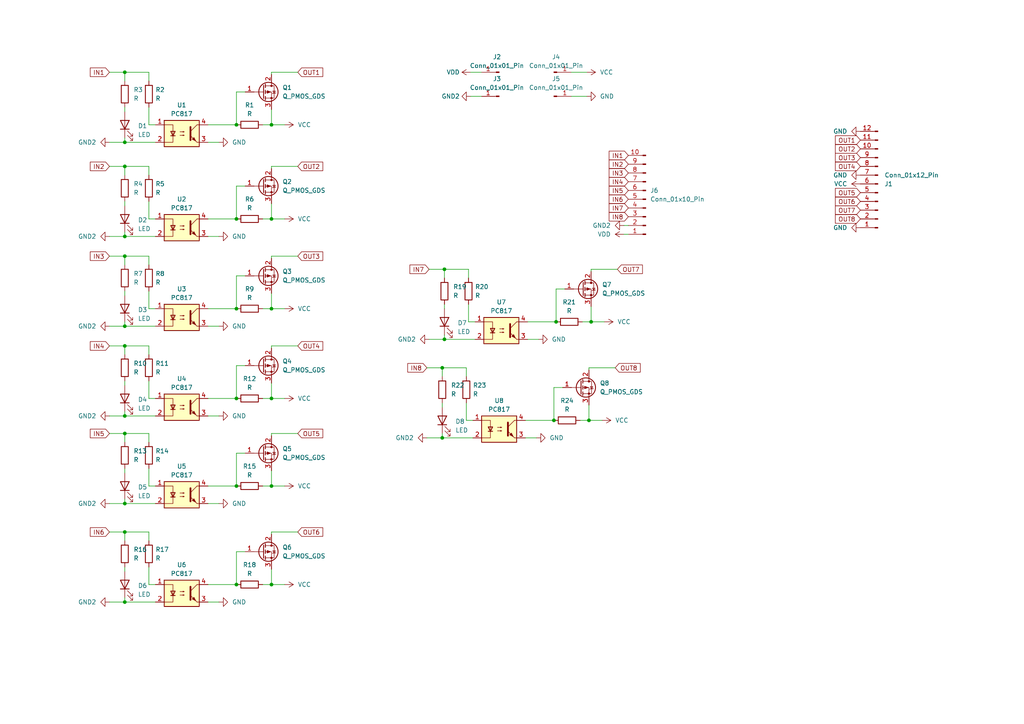
<source format=kicad_sch>
(kicad_sch (version 20230121) (generator eeschema)
  (paper "A4")
  (lib_symbols
    (symbol "Connector:Conn_01x01_Pin" (pin_names (offset 1.016) hide)
      (property "Reference" "J" (at 0 2.54 0))
      (property "Value" "Conn_01x01_Pin" (at 0 -2.54 0))
      (symbol "Conn_01x01_Pin_1_1"
        (polyline (pts (xy 1.27 0) (xy 0.8636 0)) (stroke (width 0.1524)))
        (rectangle (start 0.8636 0.127) (end 0 -0.127) (stroke (width 0.1524)) (fill (type outline)))
        (pin passive line (at 5.08 0 180) (length 3.81) (name "Pin_1") (number "1"))
      )
    )
    (symbol "Connector:Conn_01x10_Pin" (pin_names (offset 1.016) hide)
      (property "Reference" "J" (at 0 12.7 0))
      (property "Value" "Conn_01x10_Pin" (at 0 -15.24 0))
      (symbol "Conn_01x10_Pin_1_1"
        (polyline (pts (xy 1.27 -12.7) (xy 0.8636 -12.7)) (stroke (width 0.1524)))
        (polyline (pts (xy 1.27 -10.16) (xy 0.8636 -10.16)) (stroke (width 0.1524)))
        (polyline (pts (xy 1.27 -7.62) (xy 0.8636 -7.62)) (stroke (width 0.1524)))
        (polyline (pts (xy 1.27 -5.08) (xy 0.8636 -5.08)) (stroke (width 0.1524)))
        (polyline (pts (xy 1.27 -2.54) (xy 0.8636 -2.54)) (stroke (width 0.1524)))
        (polyline (pts (xy 1.27 0) (xy 0.8636 0)) (stroke (width 0.1524)))
        (polyline (pts (xy 1.27 2.54) (xy 0.8636 2.54)) (stroke (width 0.1524)))
        (polyline (pts (xy 1.27 5.08) (xy 0.8636 5.08)) (stroke (width 0.1524)))
        (polyline (pts (xy 1.27 7.62) (xy 0.8636 7.62)) (stroke (width 0.1524)))
        (polyline (pts (xy 1.27 10.16) (xy 0.8636 10.16)) (stroke (width 0.1524)))
        (rectangle (start 0.8636 -12.573) (end 0 -12.827) (stroke (width 0.1524)) (fill (type outline)))
        (rectangle (start 0.8636 -10.033) (end 0 -10.287) (stroke (width 0.1524)) (fill (type outline)))
        (rectangle (start 0.8636 -7.493) (end 0 -7.747) (stroke (width 0.1524)) (fill (type outline)))
        (rectangle (start 0.8636 -4.953) (end 0 -5.207) (stroke (width 0.1524)) (fill (type outline)))
        (rectangle (start 0.8636 -2.413) (end 0 -2.667) (stroke (width 0.1524)) (fill (type outline)))
        (rectangle (start 0.8636 0.127) (end 0 -0.127) (stroke (width 0.1524)) (fill (type outline)))
        (rectangle (start 0.8636 2.667) (end 0 2.413) (stroke (width 0.1524)) (fill (type outline)))
        (rectangle (start 0.8636 5.207) (end 0 4.953) (stroke (width 0.1524)) (fill (type outline)))
        (rectangle (start 0.8636 7.747) (end 0 7.493) (stroke (width 0.1524)) (fill (type outline)))
        (rectangle (start 0.8636 10.287) (end 0 10.033) (stroke (width 0.1524)) (fill (type outline)))
        (pin passive line (at 5.08 10.16 180) (length 3.81) (name "Pin_1") (number "1"))
        (pin passive line (at 5.08 -12.7 180) (length 3.81) (name "Pin_10") (number "10"))
        (pin passive line (at 5.08 7.62 180) (length 3.81) (name "Pin_2") (number "2"))
        (pin passive line (at 5.08 5.08 180) (length 3.81) (name "Pin_3") (number "3"))
        (pin passive line (at 5.08 2.54 180) (length 3.81) (name "Pin_4") (number "4"))
        (pin passive line (at 5.08 0 180) (length 3.81) (name "Pin_5") (number "5"))
        (pin passive line (at 5.08 -2.54 180) (length 3.81) (name "Pin_6") (number "6"))
        (pin passive line (at 5.08 -5.08 180) (length 3.81) (name "Pin_7") (number "7"))
        (pin passive line (at 5.08 -7.62 180) (length 3.81) (name "Pin_8") (number "8"))
        (pin passive line (at 5.08 -10.16 180) (length 3.81) (name "Pin_9") (number "9"))
      )
    )
    (symbol "Connector:Conn_01x12_Pin" (pin_names (offset 1.016) hide)
      (property "Reference" "J" (at 0 15.24 0))
      (property "Value" "Conn_01x12_Pin" (at 0 -17.78 0))
      (symbol "Conn_01x12_Pin_1_1"
        (polyline (pts (xy 1.27 -15.24) (xy 0.8636 -15.24)) (stroke (width 0.1524)))
        (polyline (pts (xy 1.27 -12.7) (xy 0.8636 -12.7)) (stroke (width 0.1524)))
        (polyline (pts (xy 1.27 -10.16) (xy 0.8636 -10.16)) (stroke (width 0.1524)))
        (polyline (pts (xy 1.27 -7.62) (xy 0.8636 -7.62)) (stroke (width 0.1524)))
        (polyline (pts (xy 1.27 -5.08) (xy 0.8636 -5.08)) (stroke (width 0.1524)))
        (polyline (pts (xy 1.27 -2.54) (xy 0.8636 -2.54)) (stroke (width 0.1524)))
        (polyline (pts (xy 1.27 0) (xy 0.8636 0)) (stroke (width 0.1524)))
        (polyline (pts (xy 1.27 2.54) (xy 0.8636 2.54)) (stroke (width 0.1524)))
        (polyline (pts (xy 1.27 5.08) (xy 0.8636 5.08)) (stroke (width 0.1524)))
        (polyline (pts (xy 1.27 7.62) (xy 0.8636 7.62)) (stroke (width 0.1524)))
        (polyline (pts (xy 1.27 10.16) (xy 0.8636 10.16)) (stroke (width 0.1524)))
        (polyline (pts (xy 1.27 12.7) (xy 0.8636 12.7)) (stroke (width 0.1524)))
        (rectangle (start 0.8636 -15.113) (end 0 -15.367) (stroke (width 0.1524)) (fill (type outline)))
        (rectangle (start 0.8636 -12.573) (end 0 -12.827) (stroke (width 0.1524)) (fill (type outline)))
        (rectangle (start 0.8636 -10.033) (end 0 -10.287) (stroke (width 0.1524)) (fill (type outline)))
        (rectangle (start 0.8636 -7.493) (end 0 -7.747) (stroke (width 0.1524)) (fill (type outline)))
        (rectangle (start 0.8636 -4.953) (end 0 -5.207) (stroke (width 0.1524)) (fill (type outline)))
        (rectangle (start 0.8636 -2.413) (end 0 -2.667) (stroke (width 0.1524)) (fill (type outline)))
        (rectangle (start 0.8636 0.127) (end 0 -0.127) (stroke (width 0.1524)) (fill (type outline)))
        (rectangle (start 0.8636 2.667) (end 0 2.413) (stroke (width 0.1524)) (fill (type outline)))
        (rectangle (start 0.8636 5.207) (end 0 4.953) (stroke (width 0.1524)) (fill (type outline)))
        (rectangle (start 0.8636 7.747) (end 0 7.493) (stroke (width 0.1524)) (fill (type outline)))
        (rectangle (start 0.8636 10.287) (end 0 10.033) (stroke (width 0.1524)) (fill (type outline)))
        (rectangle (start 0.8636 12.827) (end 0 12.573) (stroke (width 0.1524)) (fill (type outline)))
        (pin passive line (at 5.08 12.7 180) (length 3.81) (name "Pin_1") (number "1"))
        (pin passive line (at 5.08 -10.16 180) (length 3.81) (name "Pin_10") (number "10"))
        (pin passive line (at 5.08 -12.7 180) (length 3.81) (name "Pin_11") (number "11"))
        (pin passive line (at 5.08 -15.24 180) (length 3.81) (name "Pin_12") (number "12"))
        (pin passive line (at 5.08 10.16 180) (length 3.81) (name "Pin_2") (number "2"))
        (pin passive line (at 5.08 7.62 180) (length 3.81) (name "Pin_3") (number "3"))
        (pin passive line (at 5.08 5.08 180) (length 3.81) (name "Pin_4") (number "4"))
        (pin passive line (at 5.08 2.54 180) (length 3.81) (name "Pin_5") (number "5"))
        (pin passive line (at 5.08 0 180) (length 3.81) (name "Pin_6") (number "6"))
        (pin passive line (at 5.08 -2.54 180) (length 3.81) (name "Pin_7") (number "7"))
        (pin passive line (at 5.08 -5.08 180) (length 3.81) (name "Pin_8") (number "8"))
        (pin passive line (at 5.08 -7.62 180) (length 3.81) (name "Pin_9") (number "9"))
      )
    )
    (symbol "Device:LED" (pin_numbers hide) (pin_names (offset 1.016) hide)
      (property "Reference" "D" (at 0 2.54 0))
      (property "Value" "LED" (at 0 -2.54 0))
      (symbol "LED_0_1"
        (polyline (pts (xy -1.27 -1.27) (xy -1.27 1.27)) (stroke (width 0.254)))
        (polyline (pts (xy -1.27 0) (xy 1.27 0)))
        (polyline (pts (xy 1.27 -1.27) (xy 1.27 1.27) (xy -1.27 0) (xy 1.27 -1.27)) (stroke (width 0.254)))
        (polyline (pts (xy -3.048 -0.762) (xy -4.572 -2.286) (xy -3.81 -2.286) (xy -4.572 -2.286) (xy -4.572 -1.524)))
        (polyline (pts (xy -1.778 -0.762) (xy -3.302 -2.286) (xy -2.54 -2.286) (xy -3.302 -2.286) (xy -3.302 -1.524)))
      )
      (symbol "LED_1_1"
        (pin passive line (at -3.81 0 0) (length 2.54) (name "K") (number "1"))
        (pin passive line (at 3.81 0 180) (length 2.54) (name "A") (number "2"))
      )
    )
    (symbol "Device:Q_PMOS_GDS" (pin_names (offset 0) hide)
      (property "Reference" "Q" (at 5.08 1.27 0))
      (property "Value" "Q_PMOS_GDS" (at 5.08 -1.27 0))
      (symbol "Q_PMOS_GDS_0_1"
        (polyline (pts (xy 0.254 0) (xy -2.54 0)))
        (polyline (pts (xy 0.254 1.905) (xy 0.254 -1.905)) (stroke (width 0.254)))
        (polyline (pts (xy 0.762 -1.27) (xy 0.762 -2.286)) (stroke (width 0.254)))
        (polyline (pts (xy 0.762 0.508) (xy 0.762 -0.508)) (stroke (width 0.254)))
        (polyline (pts (xy 0.762 2.286) (xy 0.762 1.27)) (stroke (width 0.254)))
        (polyline (pts (xy 2.54 2.54) (xy 2.54 1.778)))
        (polyline (pts (xy 2.54 -2.54) (xy 2.54 0) (xy 0.762 0)))
        (polyline (pts (xy 0.762 1.778) (xy 3.302 1.778) (xy 3.302 -1.778) (xy 0.762 -1.778)))
        (polyline (pts (xy 2.286 0) (xy 1.27 0.381) (xy 1.27 -0.381) (xy 2.286 0)) (fill (type outline)))
        (polyline (pts (xy 2.794 -0.508) (xy 2.921 -0.381) (xy 3.683 -0.381) (xy 3.81 -0.254)))
        (polyline (pts (xy 3.302 -0.381) (xy 2.921 0.254) (xy 3.683 0.254) (xy 3.302 -0.381)))
        (circle (center 1.651 0) (radius 2.794) (stroke (width 0.254)))
        (circle (center 2.54 -1.778) (radius 0.254) (fill (type outline)))
        (circle (center 2.54 1.778) (radius 0.254) (fill (type outline)))
      )
      (symbol "Q_PMOS_GDS_1_1"
        (pin input line (at -5.08 0 0) (length 2.54) (name "G") (number "1"))
        (pin passive line (at 2.54 5.08 270) (length 2.54) (name "D") (number "2"))
        (pin passive line (at 2.54 -5.08 90) (length 2.54) (name "S") (number "3"))
      )
    )
    (symbol "Device:R" (pin_numbers hide) (pin_names (offset 0))
      (property "Reference" "R" (at 2.032 0 90))
      (property "Value" "R" (at 0 0 90))
      (symbol "R_0_1"
        (rectangle (start -1.016 -2.54) (end 1.016 2.54) (stroke (width 0.254)))
      )
      (symbol "R_1_1"
        (pin passive line (at 0 3.81 270) (length 1.27) (name "~") (number "1"))
        (pin passive line (at 0 -3.81 90) (length 1.27) (name "~") (number "2"))
      )
    )
    (symbol "Isolator:PC817" (pin_names (offset 1.016))
      (property "Reference" "U" (at -5.08 5.08 0))
      (property "Value" "PC817" (at 0 5.08 0))
      (symbol "PC817_0_1"
        (rectangle (start -5.08 3.81) (end 5.08 -3.81) (stroke (width 0.254)) (fill (type background)))
        (polyline (pts (xy -3.175 -0.635) (xy -1.905 -0.635)) (stroke (width 0.254)))
        (polyline (pts (xy 2.54 0.635) (xy 4.445 2.54)))
        (polyline (pts (xy 4.445 -2.54) (xy 2.54 -0.635)) (fill (type outline)))
        (polyline (pts (xy 4.445 -2.54) (xy 5.08 -2.54)))
        (polyline (pts (xy 4.445 2.54) (xy 5.08 2.54)))
        (polyline (pts (xy -5.08 2.54) (xy -2.54 2.54) (xy -2.54 -0.635)))
        (polyline (pts (xy -2.54 -0.635) (xy -2.54 -2.54) (xy -5.08 -2.54)))
        (polyline (pts (xy 2.54 1.905) (xy 2.54 -1.905) (xy 2.54 -1.905)) (stroke (width 0.508)))
        (polyline (pts (xy -2.54 -0.635) (xy -3.175 0.635) (xy -1.905 0.635) (xy -2.54 -0.635)) (stroke (width 0.254)))
        (polyline (pts (xy -0.508 -0.508) (xy 0.762 -0.508) (xy 0.381 -0.635) (xy 0.381 -0.381) (xy 0.762 -0.508)))
        (polyline (pts (xy -0.508 0.508) (xy 0.762 0.508) (xy 0.381 0.381) (xy 0.381 0.635) (xy 0.762 0.508)))
        (polyline (pts (xy 3.048 -1.651) (xy 3.556 -1.143) (xy 4.064 -2.159) (xy 3.048 -1.651) (xy 3.048 -1.651)) (fill (type outline)))
      )
      (symbol "PC817_1_1"
        (pin passive line (at -7.62 2.54 0) (length 2.54) (name "~") (number "1"))
        (pin passive line (at -7.62 -2.54 0) (length 2.54) (name "~") (number "2"))
        (pin passive line (at 7.62 -2.54 180) (length 2.54) (name "~") (number "3"))
        (pin passive line (at 7.62 2.54 180) (length 2.54) (name "~") (number "4"))
      )
    )
    (symbol "power:GND" (power) (pin_names (offset 0))
      (property "Value" "GND" (at 0 -3.81 0))
      (symbol "GND_0_1"
        (polyline (pts (xy 0 0) (xy 0 -1.27) (xy 1.27 -1.27) (xy 0 -2.54) (xy -1.27 -1.27) (xy 0 -1.27)))
      )
      (symbol "GND_1_1"
        (pin power_in line (at 0 0 270) (length 0) hide (name "GND") (number "1"))
      )
    )
    (symbol "power:GND2" (power) (pin_names (offset 0))
      (property "Value" "GND2" (at 0 -3.81 0))
      (symbol "GND2_0_1"
        (polyline (pts (xy 0 0) (xy 0 -1.27) (xy 1.27 -1.27) (xy 0 -2.54) (xy -1.27 -1.27) (xy 0 -1.27)))
      )
      (symbol "GND2_1_1"
        (pin power_in line (at 0 0 270) (length 0) hide (name "GND2") (number "1"))
      )
    )
    (symbol "power:VCC" (power) (pin_names (offset 0))
      (property "Value" "VCC" (at 0 3.81 0))
      (symbol "VCC_0_1"
        (polyline (pts (xy -0.762 1.27) (xy 0 2.54)))
        (polyline (pts (xy 0 0) (xy 0 2.54)))
        (polyline (pts (xy 0 2.54) (xy 0.762 1.27)))
      )
      (symbol "VCC_1_1"
        (pin power_in line (at 0 0 90) (length 0) hide (name "VCC") (number "1"))
      )
    )
    (symbol "power:VDD" (power) (pin_names (offset 0))
      (property "Value" "VDD" (at 0 3.81 0))
      (symbol "VDD_0_1"
        (polyline (pts (xy -0.762 1.27) (xy 0 2.54)))
        (polyline (pts (xy 0 0) (xy 0 2.54)))
        (polyline (pts (xy 0 2.54) (xy 0.762 1.27)))
      )
      (symbol "VDD_1_1"
        (pin power_in line (at 0 0 90) (length 0) hide (name "VDD") (number "1"))
      )
    )
  )
  (junction (at 36.195 41.275))
  (junction (at 128.27 106.68))
  (junction (at 161.29 93.345))
  (junction (at 36.195 68.58))
  (junction (at 36.195 94.615))
  (junction (at 78.74 140.97))
  (junction (at 36.195 154.305))
  (junction (at 36.195 125.73))
  (junction (at 36.195 146.05))
  (junction (at 68.58 63.5))
  (junction (at 36.195 174.625))
  (junction (at 36.195 20.955))
  (junction (at 68.58 36.195))
  (junction (at 36.195 48.26))
  (junction (at 160.655 121.92))
  (junction (at 36.195 120.65))
  (junction (at 68.58 140.97))
  (junction (at 170.815 121.92))
  (junction (at 68.58 169.545))
  (junction (at 36.195 74.295))
  (junction (at 78.74 36.195))
  (junction (at 128.905 78.105))
  (junction (at 128.905 98.425))
  (junction (at 78.74 115.57))
  (junction (at 78.74 169.545))
  (junction (at 68.58 115.57))
  (junction (at 68.58 89.535))
  (junction (at 171.45 93.345))
  (junction (at 78.74 63.5))
  (junction (at 128.27 127))
  (junction (at 78.74 89.535))
  (junction (at 36.195 100.33))
  (wire (pts (xy 128.27 127) (xy 137.16 127)))
  (wire (pts (xy 128.905 78.105) (xy 135.89 78.105)))
  (wire (pts (xy 31.75 20.955) (xy 36.195 20.955)))
  (wire (pts (xy 36.195 20.955) (xy 36.195 23.495)))
  (wire (pts (xy 170.815 106.68) (xy 178.435 106.68)))
  (wire (pts (xy 153.035 98.425) (xy 156.21 98.425)))
  (wire (pts (xy 171.45 93.345) (xy 168.91 93.345)))
  (wire (pts (xy 60.325 41.275) (xy 63.5 41.275)))
  (wire (pts (xy 43.18 89.535) (xy 45.085 89.535)))
  (wire (pts (xy 163.195 112.395) (xy 160.655 112.395)))
  (wire (pts (xy 78.74 169.545) (xy 82.55 169.545)))
  (wire (pts (xy 36.195 93.345) (xy 36.195 94.615)))
  (wire (pts (xy 60.325 89.535) (xy 68.58 89.535)))
  (wire (pts (xy 31.75 68.58) (xy 36.195 68.58)))
  (wire (pts (xy 136.525 20.955) (xy 139.7 20.955)))
  (wire (pts (xy 68.58 80.01) (xy 68.58 89.535)))
  (wire (pts (xy 36.195 110.49) (xy 36.195 111.76)))
  (wire (pts (xy 78.74 31.75) (xy 78.74 36.195)))
  (wire (pts (xy 128.905 88.265) (xy 128.905 89.535)))
  (wire (pts (xy 43.18 63.5) (xy 45.085 63.5)))
  (wire (pts (xy 78.74 48.895) (xy 78.74 48.26)))
  (wire (pts (xy 170.815 121.92) (xy 174.625 121.92)))
  (wire (pts (xy 43.18 125.73) (xy 43.18 128.27)))
  (wire (pts (xy 36.195 100.33) (xy 43.18 100.33)))
  (wire (pts (xy 71.12 131.445) (xy 68.58 131.445)))
  (wire (pts (xy 128.27 106.68) (xy 128.27 109.22)))
  (wire (pts (xy 31.75 100.33) (xy 36.195 100.33)))
  (wire (pts (xy 78.74 154.305) (xy 86.36 154.305)))
  (wire (pts (xy 31.75 41.275) (xy 36.195 41.275)))
  (wire (pts (xy 36.195 146.05) (xy 45.085 146.05)))
  (wire (pts (xy 36.195 48.26) (xy 36.195 50.8)))
  (wire (pts (xy 36.195 120.65) (xy 45.085 120.65)))
  (wire (pts (xy 128.27 116.84) (xy 128.27 118.11)))
  (wire (pts (xy 171.45 78.105) (xy 179.07 78.105)))
  (wire (pts (xy 71.12 160.02) (xy 68.58 160.02)))
  (wire (pts (xy 135.255 116.84) (xy 135.255 121.92)))
  (wire (pts (xy 36.195 84.455) (xy 36.195 85.725)))
  (wire (pts (xy 36.195 173.355) (xy 36.195 174.625)))
  (wire (pts (xy 78.74 165.1) (xy 78.74 169.545)))
  (wire (pts (xy 36.195 41.275) (xy 45.085 41.275)))
  (wire (pts (xy 43.18 110.49) (xy 43.18 115.57)))
  (wire (pts (xy 171.45 88.9) (xy 171.45 93.345)))
  (wire (pts (xy 36.195 154.305) (xy 43.18 154.305)))
  (wire (pts (xy 78.74 136.525) (xy 78.74 140.97)))
  (wire (pts (xy 43.18 140.97) (xy 45.085 140.97)))
  (wire (pts (xy 43.18 164.465) (xy 43.18 169.545)))
  (wire (pts (xy 78.74 100.965) (xy 78.74 100.33)))
  (wire (pts (xy 36.195 125.73) (xy 43.18 125.73)))
  (wire (pts (xy 60.325 120.65) (xy 63.5 120.65)))
  (wire (pts (xy 36.195 125.73) (xy 36.195 128.27)))
  (wire (pts (xy 60.325 146.05) (xy 63.5 146.05)))
  (wire (pts (xy 36.195 68.58) (xy 45.085 68.58)))
  (wire (pts (xy 135.255 121.92) (xy 137.16 121.92)))
  (wire (pts (xy 165.735 20.955) (xy 170.18 20.955)))
  (wire (pts (xy 136.525 27.94) (xy 139.7 27.94)))
  (wire (pts (xy 60.325 36.195) (xy 68.58 36.195)))
  (wire (pts (xy 170.815 107.315) (xy 170.815 106.68)))
  (wire (pts (xy 43.18 36.195) (xy 45.085 36.195)))
  (wire (pts (xy 36.195 164.465) (xy 36.195 165.735)))
  (wire (pts (xy 60.325 174.625) (xy 63.5 174.625)))
  (wire (pts (xy 43.18 169.545) (xy 45.085 169.545)))
  (wire (pts (xy 68.58 26.67) (xy 68.58 36.195)))
  (wire (pts (xy 31.75 48.26) (xy 36.195 48.26)))
  (wire (pts (xy 60.325 63.5) (xy 68.58 63.5)))
  (wire (pts (xy 78.74 59.055) (xy 78.74 63.5)))
  (wire (pts (xy 78.74 63.5) (xy 76.2 63.5)))
  (wire (pts (xy 135.89 93.345) (xy 137.795 93.345)))
  (wire (pts (xy 78.74 48.26) (xy 86.36 48.26)))
  (wire (pts (xy 78.74 36.195) (xy 76.2 36.195)))
  (wire (pts (xy 60.325 115.57) (xy 68.58 115.57)))
  (wire (pts (xy 43.18 58.42) (xy 43.18 63.5)))
  (wire (pts (xy 31.75 74.295) (xy 36.195 74.295)))
  (wire (pts (xy 36.195 67.31) (xy 36.195 68.58)))
  (wire (pts (xy 60.325 140.97) (xy 68.58 140.97)))
  (wire (pts (xy 78.74 154.94) (xy 78.74 154.305)))
  (wire (pts (xy 78.74 89.535) (xy 82.55 89.535)))
  (wire (pts (xy 128.27 106.68) (xy 135.255 106.68)))
  (wire (pts (xy 43.18 84.455) (xy 43.18 89.535)))
  (wire (pts (xy 128.905 98.425) (xy 137.795 98.425)))
  (wire (pts (xy 153.035 93.345) (xy 161.29 93.345)))
  (wire (pts (xy 31.75 146.05) (xy 36.195 146.05)))
  (wire (pts (xy 128.27 125.73) (xy 128.27 127)))
  (wire (pts (xy 36.195 94.615) (xy 45.085 94.615)))
  (wire (pts (xy 170.815 117.475) (xy 170.815 121.92)))
  (wire (pts (xy 170.815 121.92) (xy 168.275 121.92)))
  (wire (pts (xy 78.74 63.5) (xy 82.55 63.5)))
  (wire (pts (xy 78.74 21.59) (xy 78.74 20.955)))
  (wire (pts (xy 128.905 97.155) (xy 128.905 98.425)))
  (wire (pts (xy 43.18 100.33) (xy 43.18 102.87)))
  (wire (pts (xy 36.195 154.305) (xy 36.195 156.845)))
  (wire (pts (xy 71.12 106.045) (xy 68.58 106.045)))
  (wire (pts (xy 152.4 121.92) (xy 160.655 121.92)))
  (wire (pts (xy 171.45 78.74) (xy 171.45 78.105)))
  (wire (pts (xy 43.18 31.115) (xy 43.18 36.195)))
  (wire (pts (xy 31.75 125.73) (xy 36.195 125.73)))
  (wire (pts (xy 78.74 115.57) (xy 82.55 115.57)))
  (wire (pts (xy 78.74 126.365) (xy 78.74 125.73)))
  (wire (pts (xy 31.75 174.625) (xy 36.195 174.625)))
  (wire (pts (xy 171.45 93.345) (xy 175.26 93.345)))
  (wire (pts (xy 135.255 106.68) (xy 135.255 109.22)))
  (wire (pts (xy 78.74 140.97) (xy 76.2 140.97)))
  (wire (pts (xy 123.825 127) (xy 128.27 127)))
  (wire (pts (xy 78.74 115.57) (xy 76.2 115.57)))
  (wire (pts (xy 78.74 169.545) (xy 76.2 169.545)))
  (wire (pts (xy 78.74 74.93) (xy 78.74 74.295)))
  (wire (pts (xy 78.74 125.73) (xy 86.36 125.73)))
  (wire (pts (xy 31.75 120.65) (xy 36.195 120.65)))
  (wire (pts (xy 36.195 40.005) (xy 36.195 41.275)))
  (wire (pts (xy 36.195 74.295) (xy 43.18 74.295)))
  (wire (pts (xy 36.195 135.89) (xy 36.195 137.16)))
  (wire (pts (xy 152.4 127) (xy 155.575 127)))
  (wire (pts (xy 165.735 27.94) (xy 170.18 27.94)))
  (wire (pts (xy 160.655 112.395) (xy 160.655 121.92)))
  (wire (pts (xy 43.18 154.305) (xy 43.18 156.845)))
  (wire (pts (xy 68.58 53.975) (xy 68.58 63.5)))
  (wire (pts (xy 161.29 83.82) (xy 161.29 93.345)))
  (wire (pts (xy 60.325 94.615) (xy 63.5 94.615)))
  (wire (pts (xy 43.18 135.89) (xy 43.18 140.97)))
  (wire (pts (xy 71.12 26.67) (xy 68.58 26.67)))
  (wire (pts (xy 78.74 100.33) (xy 86.36 100.33)))
  (wire (pts (xy 78.74 85.09) (xy 78.74 89.535)))
  (wire (pts (xy 163.83 83.82) (xy 161.29 83.82)))
  (wire (pts (xy 71.12 53.975) (xy 68.58 53.975)))
  (wire (pts (xy 36.195 48.26) (xy 43.18 48.26)))
  (wire (pts (xy 31.75 94.615) (xy 36.195 94.615)))
  (wire (pts (xy 78.74 89.535) (xy 76.2 89.535)))
  (wire (pts (xy 43.18 20.955) (xy 43.18 23.495)))
  (wire (pts (xy 36.195 31.115) (xy 36.195 32.385)))
  (wire (pts (xy 43.18 115.57) (xy 45.085 115.57)))
  (wire (pts (xy 36.195 119.38) (xy 36.195 120.65)))
  (wire (pts (xy 78.74 140.97) (xy 82.55 140.97)))
  (wire (pts (xy 36.195 20.955) (xy 43.18 20.955)))
  (wire (pts (xy 68.58 106.045) (xy 68.58 115.57)))
  (wire (pts (xy 71.12 80.01) (xy 68.58 80.01)))
  (wire (pts (xy 135.89 78.105) (xy 135.89 80.645)))
  (wire (pts (xy 180.975 65.405) (xy 182.245 65.405)))
  (wire (pts (xy 36.195 74.295) (xy 36.195 76.835)))
  (wire (pts (xy 78.74 20.955) (xy 86.36 20.955)))
  (wire (pts (xy 43.18 48.26) (xy 43.18 50.8)))
  (wire (pts (xy 43.18 74.295) (xy 43.18 76.835)))
  (wire (pts (xy 60.325 68.58) (xy 63.5 68.58)))
  (wire (pts (xy 124.46 78.105) (xy 128.905 78.105)))
  (wire (pts (xy 123.825 106.68) (xy 128.27 106.68)))
  (wire (pts (xy 78.74 74.295) (xy 86.36 74.295)))
  (wire (pts (xy 68.58 160.02) (xy 68.58 169.545)))
  (wire (pts (xy 36.195 100.33) (xy 36.195 102.87)))
  (wire (pts (xy 36.195 58.42) (xy 36.195 59.69)))
  (wire (pts (xy 124.46 98.425) (xy 128.905 98.425)))
  (wire (pts (xy 78.74 36.195) (xy 82.55 36.195)))
  (wire (pts (xy 60.325 169.545) (xy 68.58 169.545)))
  (wire (pts (xy 68.58 131.445) (xy 68.58 140.97)))
  (wire (pts (xy 36.195 174.625) (xy 45.085 174.625)))
  (wire (pts (xy 128.905 78.105) (xy 128.905 80.645)))
  (wire (pts (xy 135.89 88.265) (xy 135.89 93.345)))
  (wire (pts (xy 36.195 144.78) (xy 36.195 146.05)))
  (wire (pts (xy 31.75 154.305) (xy 36.195 154.305)))
  (wire (pts (xy 78.74 111.125) (xy 78.74 115.57)))
  (wire (pts (xy 180.975 67.945) (xy 182.245 67.945)))
  (global_label "OUT6" (shape input) (at 86.36 154.305 0) (property "Intersheetrefs" "${INTERSHEET_REFS}" (effects hide)))
  (global_label "IN5" (shape input) (at 182.245 55.245 180) (property "Intersheetrefs" "${INTERSHEET_REFS}" (effects hide)))
  (global_label "OUT7" (shape input) (at 179.07 78.105 0) (property "Intersheetrefs" "${INTERSHEET_REFS}" (effects hide)))
  (global_label "OUT5" (shape input) (at 86.36 125.73 0) (property "Intersheetrefs" "${INTERSHEET_REFS}" (effects hide)))
  (global_label "OUT3" (shape input) (at 86.36 74.295 0) (property "Intersheetrefs" "${INTERSHEET_REFS}" (effects hide)))
  (global_label "IN5" (shape input) (at 31.75 125.73 180) (property "Intersheetrefs" "${INTERSHEET_REFS}" (effects hide)))
  (global_label "OUT1" (shape input) (at 86.36 20.955 0) (property "Intersheetrefs" "${INTERSHEET_REFS}" (effects hide)))
  (global_label "OUT4" (shape input) (at 86.36 100.33 0) (property "Intersheetrefs" "${INTERSHEET_REFS}" (effects hide)))
  (global_label "IN6" (shape input) (at 31.75 154.305 180) (property "Intersheetrefs" "${INTERSHEET_REFS}" (effects hide)))
  (global_label "OUT3" (shape input) (at 249.555 45.72 180) (property "Intersheetrefs" "${INTERSHEET_REFS}" (effects hide)))
  (global_label "IN3" (shape input) (at 182.245 50.165 180) (property "Intersheetrefs" "${INTERSHEET_REFS}" (effects hide)))
  (global_label "IN1" (shape input) (at 182.245 45.085 180) (property "Intersheetrefs" "${INTERSHEET_REFS}" (effects hide)))
  (global_label "OUT5" (shape input) (at 249.555 55.88 180) (property "Intersheetrefs" "${INTERSHEET_REFS}" (effects hide)))
  (global_label "IN8" (shape input) (at 123.825 106.68 180) (property "Intersheetrefs" "${INTERSHEET_REFS}" (effects hide)))
  (global_label "OUT2" (shape input) (at 249.555 43.18 180) (property "Intersheetrefs" "${INTERSHEET_REFS}" (effects hide)))
  (global_label "OUT4" (shape input) (at 249.555 48.26 180) (property "Intersheetrefs" "${INTERSHEET_REFS}" (effects hide)))
  (global_label "OUT1" (shape input) (at 249.555 40.64 180) (property "Intersheetrefs" "${INTERSHEET_REFS}" (effects hide)))
  (global_label "OUT7" (shape input) (at 249.555 60.96 180) (property "Intersheetrefs" "${INTERSHEET_REFS}" (effects hide)))
  (global_label "IN3" (shape input) (at 31.75 74.295 180) (property "Intersheetrefs" "${INTERSHEET_REFS}" (effects hide)))
  (global_label "IN4" (shape input) (at 182.245 52.705 180) (property "Intersheetrefs" "${INTERSHEET_REFS}" (effects hide)))
  (global_label "OUT8" (shape input) (at 178.435 106.68 0) (property "Intersheetrefs" "${INTERSHEET_REFS}" (effects hide)))
  (global_label "IN2" (shape input) (at 182.245 47.625 180) (property "Intersheetrefs" "${INTERSHEET_REFS}" (effects hide)))
  (global_label "IN1" (shape input) (at 31.75 20.955 180) (property "Intersheetrefs" "${INTERSHEET_REFS}" (effects hide)))
  (global_label "IN7" (shape input) (at 182.245 60.325 180) (property "Intersheetrefs" "${INTERSHEET_REFS}" (effects hide)))
  (global_label "OUT6" (shape input) (at 249.555 58.42 180) (property "Intersheetrefs" "${INTERSHEET_REFS}" (effects hide)))
  (global_label "IN7" (shape input) (at 124.46 78.105 180) (property "Intersheetrefs" "${INTERSHEET_REFS}" (effects hide)))
  (global_label "IN4" (shape input) (at 31.75 100.33 180) (property "Intersheetrefs" "${INTERSHEET_REFS}" (effects hide)))
  (global_label "OUT8" (shape input) (at 249.555 63.5 180) (property "Intersheetrefs" "${INTERSHEET_REFS}" (effects hide)))
  (global_label "IN6" (shape input) (at 182.245 57.785 180) (property "Intersheetrefs" "${INTERSHEET_REFS}" (effects hide)))
  (global_label "OUT2" (shape input) (at 86.36 48.26 0) (property "Intersheetrefs" "${INTERSHEET_REFS}" (effects hide)))
  (global_label "IN8" (shape input) (at 182.245 62.865 180) (property "Intersheetrefs" "${INTERSHEET_REFS}" (effects hide)))
  (global_label "IN2" (shape input) (at 31.75 48.26 180) (property "Intersheetrefs" "${INTERSHEET_REFS}" (effects hide)))
  (symbol (lib_id "Device:R") (at 36.195 54.61 0) (unit 1)
    (property "Reference" "R4" (at 38.735 53.34 0) (effects (justify left)))
    (property "Value" "R" (at 38.735 55.88 0) (effects (justify left)))
    (property "Footprint" "Resistor_SMD:R_0603_1608Metric" (effects hide))
  )
  (symbol (lib_id "Device:R") (at 36.195 106.68 0) (unit 1)
    (property "Reference" "R10" (at 38.735 105.41 0) (effects (justify left)))
    (property "Value" "R" (at 38.735 107.95 0) (effects (justify left)))
    (property "Footprint" "Resistor_SMD:R_0603_1608Metric" (effects hide))
  )
  (symbol (lib_id "power:GND") (at 155.575 127 90) (unit 1)
    (property "Reference" "#PWR033" (effects hide))
    (property "Value" "GND" (at 159.385 127 90) (effects (justify right)))
  )
  (symbol (lib_id "Device:R") (at 72.39 115.57 90) (unit 1)
    (property "Reference" "R12" (at 72.39 109.855 90))
    (property "Value" "R" (at 72.39 112.395 90))
    (property "Footprint" "Resistor_SMD:R_0603_1608Metric" (effects hide))
  )
  (symbol (lib_id "Connector:Conn_01x01_Pin") (at 160.655 20.955 0) (unit 1)
    (property "Reference" "J4" (at 161.29 16.51 0))
    (property "Value" "Conn_01x01_Pin" (at 161.29 19.05 0))
    (property "Footprint" "Connector_PinHeader_2.54mm:PinHeader_1x01_P2.54mm_Vertical" (effects hide))
  )
  (symbol (lib_id "power:GND") (at 63.5 174.625 90) (unit 1)
    (property "Reference" "#PWR027" (effects hide))
    (property "Value" "GND" (at 67.31 174.625 90) (effects (justify right)))
  )
  (symbol (lib_id "power:GND2") (at 31.75 146.05 270) (unit 1)
    (property "Reference" "#PWR023" (effects hide))
    (property "Value" "GND2" (at 27.94 146.05 90) (effects (justify right)))
  )
  (symbol (lib_id "power:VCC") (at 82.55 89.535 270) (unit 1)
    (property "Reference" "#PWR019" (effects hide))
    (property "Value" "VCC" (at 86.36 89.535 90) (effects (justify left)))
  )
  (symbol (lib_id "Device:R") (at 43.18 160.655 0) (unit 1)
    (property "Reference" "R17" (at 45.085 159.385 0) (effects (justify left)))
    (property "Value" "R" (at 45.085 161.925 0) (effects (justify left)))
    (property "Footprint" "Resistor_SMD:R_0603_1608Metric" (effects hide))
  )
  (symbol (lib_id "Device:LED") (at 128.27 121.92 90) (unit 1)
    (property "Reference" "D8" (at 132.08 122.2375 90) (effects (justify right)))
    (property "Value" "LED" (at 132.08 124.7775 90) (effects (justify right)))
    (property "Footprint" "LED_SMD:LED_0603_1608Metric" (effects hide))
  )
  (symbol (lib_id "power:GND2") (at 31.75 68.58 270) (unit 1)
    (property "Reference" "#PWR014" (effects hide))
    (property "Value" "GND2" (at 27.94 68.58 90) (effects (justify right)))
  )
  (symbol (lib_id "Device:Q_PMOS_GDS") (at 76.2 160.02 0) (unit 1)
    (property "Reference" "Q6" (at 81.915 158.75 0) (effects (justify left)))
    (property "Value" "Q_PMOS_GDS" (at 81.915 161.29 0) (effects (justify left)))
    (property "Footprint" "Package_TO_SOT_SMD:TO-252-2" (effects hide))
  )
  (symbol (lib_id "Device:R") (at 43.18 54.61 0) (unit 1)
    (property "Reference" "R5" (at 45.085 53.34 0) (effects (justify left)))
    (property "Value" "R" (at 45.085 55.88 0) (effects (justify left)))
    (property "Footprint" "Resistor_SMD:R_0603_1608Metric" (effects hide))
  )
  (symbol (lib_id "Device:Q_PMOS_GDS") (at 76.2 80.01 0) (unit 1)
    (property "Reference" "Q3" (at 81.915 78.74 0) (effects (justify left)))
    (property "Value" "Q_PMOS_GDS" (at 81.915 81.28 0) (effects (justify left)))
    (property "Footprint" "Package_TO_SOT_SMD:TO-252-2" (effects hide))
  )
  (symbol (lib_id "Device:LED") (at 128.905 93.345 90) (unit 1)
    (property "Reference" "D7" (at 132.715 93.6625 90) (effects (justify right)))
    (property "Value" "LED" (at 132.715 96.2025 90) (effects (justify right)))
    (property "Footprint" "LED_SMD:LED_0603_1608Metric" (effects hide))
  )
  (symbol (lib_id "Device:R") (at 135.255 113.03 0) (unit 1)
    (property "Reference" "R23" (at 137.16 111.76 0) (effects (justify left)))
    (property "Value" "R" (at 137.16 114.3 0) (effects (justify left)))
    (property "Footprint" "Resistor_SMD:R_0603_1608Metric" (effects hide))
  )
  (symbol (lib_id "power:VCC") (at 174.625 121.92 270) (unit 1)
    (property "Reference" "#PWR034" (effects hide))
    (property "Value" "VCC" (at 178.435 121.92 90) (effects (justify left)))
  )
  (symbol (lib_id "power:VCC") (at 82.55 169.545 270) (unit 1)
    (property "Reference" "#PWR028" (effects hide))
    (property "Value" "VCC" (at 86.36 169.545 90) (effects (justify left)))
  )
  (symbol (lib_id "power:GND") (at 63.5 120.65 90) (unit 1)
    (property "Reference" "#PWR021" (effects hide))
    (property "Value" "GND" (at 67.31 120.65 90) (effects (justify right)))
  )
  (symbol (lib_id "power:VDD") (at 180.975 67.945 90) (unit 1)
    (property "Reference" "#PWR013" (effects hide))
    (property "Value" "VDD" (at 177.165 67.945 90) (effects (justify left)))
  )
  (symbol (lib_id "Device:R") (at 128.27 113.03 0) (unit 1)
    (property "Reference" "R22" (at 130.81 111.76 0) (effects (justify left)))
    (property "Value" "R" (at 130.81 114.3 0) (effects (justify left)))
    (property "Footprint" "Resistor_SMD:R_0603_1608Metric" (effects hide))
  )
  (symbol (lib_id "Device:LED") (at 36.195 89.535 90) (unit 1)
    (property "Reference" "D3" (at 40.005 89.8525 90) (effects (justify right)))
    (property "Value" "LED" (at 40.005 92.3925 90) (effects (justify right)))
    (property "Footprint" "LED_SMD:LED_0603_1608Metric" (effects hide))
  )
  (symbol (lib_id "Isolator:PC817") (at 52.705 66.04 0) (unit 1)
    (property "Reference" "U2" (at 52.705 57.785 0))
    (property "Value" "PC817" (at 52.705 60.325 0))
    (property "Footprint" "Package_DIP:DIP-4_W8.89mm_SMDSocket_LongPads" (effects hide))
    (property "Datasheet" "http://www.soselectronic.cz/a_info/resource/d/pc817.pdf" (effects hide))
  )
  (symbol (lib_id "Device:R") (at 128.905 84.455 0) (unit 1)
    (property "Reference" "R19" (at 131.445 83.185 0) (effects (justify left)))
    (property "Value" "R" (at 131.445 85.725 0) (effects (justify left)))
    (property "Footprint" "Resistor_SMD:R_0603_1608Metric" (effects hide))
  )
  (symbol (lib_id "Device:R") (at 164.465 121.92 90) (unit 1)
    (property "Reference" "R24" (at 164.465 116.205 90))
    (property "Value" "R" (at 164.465 118.745 90))
    (property "Footprint" "Resistor_SMD:R_0603_1608Metric" (effects hide))
  )
  (symbol (lib_id "Device:R") (at 135.89 84.455 0) (unit 1)
    (property "Reference" "R20" (at 137.795 83.185 0) (effects (justify left)))
    (property "Value" "R" (at 137.795 85.725 0) (effects (justify left)))
    (property "Footprint" "Resistor_SMD:R_0603_1608Metric" (effects hide))
  )
  (symbol (lib_id "Isolator:PC817") (at 52.705 118.11 0) (unit 1)
    (property "Reference" "U4" (at 52.705 109.855 0))
    (property "Value" "PC817" (at 52.705 112.395 0))
    (property "Footprint" "Package_DIP:DIP-4_W8.89mm_SMDSocket_LongPads" (effects hide))
    (property "Datasheet" "http://www.soselectronic.cz/a_info/resource/d/pc817.pdf" (effects hide))
  )
  (symbol (lib_id "Device:R") (at 72.39 63.5 90) (unit 1)
    (property "Reference" "R6" (at 72.39 57.785 90))
    (property "Value" "R" (at 72.39 60.325 90))
    (property "Footprint" "Resistor_SMD:R_0603_1608Metric" (effects hide))
  )
  (symbol (lib_id "Device:Q_PMOS_GDS") (at 168.275 112.395 0) (unit 1)
    (property "Reference" "Q8" (at 173.99 111.125 0) (effects (justify left)))
    (property "Value" "Q_PMOS_GDS" (at 173.99 113.665 0) (effects (justify left)))
    (property "Footprint" "Package_TO_SOT_SMD:TO-252-2" (effects hide))
  )
  (symbol (lib_id "Isolator:PC817") (at 52.705 38.735 0) (unit 1)
    (property "Reference" "U1" (at 52.705 30.48 0))
    (property "Value" "PC817" (at 52.705 33.02 0))
    (property "Footprint" "Package_DIP:DIP-4_W8.89mm_SMDSocket_LongPads" (effects hide))
    (property "Datasheet" "http://www.soselectronic.cz/a_info/resource/d/pc817.pdf" (effects hide))
  )
  (symbol (lib_id "Connector:Conn_01x12_Pin") (at 254.635 53.34 180) (unit 1)
    (property "Reference" "J1" (at 256.54 53.34 0) (effects (justify right)))
    (property "Value" "Conn_01x12_Pin" (at 256.54 50.8 0) (effects (justify right)))
    (property "Footprint" "danman:CONN-TH_12P-P5.08_HT508R-5.08-12P" (effects hide))
  )
  (symbol (lib_id "power:GND2") (at 31.75 94.615 270) (unit 1)
    (property "Reference" "#PWR017" (effects hide))
    (property "Value" "GND2" (at 27.94 94.615 90) (effects (justify right)))
  )
  (symbol (lib_id "Device:R") (at 36.195 27.305 0) (unit 1)
    (property "Reference" "R3" (at 38.735 26.035 0) (effects (justify left)))
    (property "Value" "R" (at 38.735 28.575 0) (effects (justify left)))
    (property "Footprint" "Resistor_SMD:R_0603_1608Metric" (effects hide))
  )
  (symbol (lib_id "power:VCC") (at 249.555 53.34 90) (unit 1)
    (property "Reference" "#PWR03" (effects hide))
    (property "Value" "VCC" (at 245.745 53.34 90) (effects (justify left)))
  )
  (symbol (lib_id "Device:R") (at 36.195 132.08 0) (unit 1)
    (property "Reference" "R13" (at 38.735 130.81 0) (effects (justify left)))
    (property "Value" "R" (at 38.735 133.35 0) (effects (justify left)))
    (property "Footprint" "Resistor_SMD:R_0603_1608Metric" (effects hide))
  )
  (symbol (lib_id "Connector:Conn_01x01_Pin") (at 144.78 27.94 180) (unit 1)
    (property "Reference" "J3" (at 144.145 22.86 0))
    (property "Value" "Conn_01x01_Pin" (at 144.145 25.4 0))
    (property "Footprint" "Connector_PinHeader_2.54mm:PinHeader_1x01_P2.54mm_Vertical" (effects hide))
  )
  (symbol (lib_id "Device:LED") (at 36.195 63.5 90) (unit 1)
    (property "Reference" "D2" (at 40.005 63.8175 90) (effects (justify right)))
    (property "Value" "LED" (at 40.005 66.3575 90) (effects (justify right)))
    (property "Footprint" "LED_SMD:LED_0603_1608Metric" (effects hide))
  )
  (symbol (lib_id "Device:Q_PMOS_GDS") (at 168.91 83.82 0) (unit 1)
    (property "Reference" "Q7" (at 174.625 82.55 0) (effects (justify left)))
    (property "Value" "Q_PMOS_GDS" (at 174.625 85.09 0) (effects (justify left)))
    (property "Footprint" "Package_TO_SOT_SMD:TO-252-2" (effects hide))
  )
  (symbol (lib_id "Device:R") (at 165.1 93.345 90) (unit 1)
    (property "Reference" "R21" (at 165.1 87.63 90))
    (property "Value" "R" (at 165.1 90.17 90))
    (property "Footprint" "Resistor_SMD:R_0603_1608Metric" (effects hide))
  )
  (symbol (lib_id "Isolator:PC817") (at 52.705 92.075 0) (unit 1)
    (property "Reference" "U3" (at 52.705 83.82 0))
    (property "Value" "PC817" (at 52.705 86.36 0))
    (property "Footprint" "Package_DIP:DIP-4_W8.89mm_SMDSocket_LongPads" (effects hide))
    (property "Datasheet" "http://www.soselectronic.cz/a_info/resource/d/pc817.pdf" (effects hide))
  )
  (symbol (lib_id "Device:Q_PMOS_GDS") (at 76.2 26.67 0) (unit 1)
    (property "Reference" "Q1" (at 81.915 25.4 0) (effects (justify left)))
    (property "Value" "Q_PMOS_GDS" (at 81.915 27.94 0) (effects (justify left)))
    (property "Footprint" "Package_TO_SOT_SMD:TO-252-2" (effects hide))
  )
  (symbol (lib_id "Isolator:PC817") (at 145.415 95.885 0) (unit 1)
    (property "Reference" "U7" (at 145.415 87.63 0))
    (property "Value" "PC817" (at 145.415 90.17 0))
    (property "Footprint" "Package_DIP:DIP-4_W8.89mm_SMDSocket_LongPads" (effects hide))
    (property "Datasheet" "http://www.soselectronic.cz/a_info/resource/d/pc817.pdf" (effects hide))
  )
  (symbol (lib_id "power:GND") (at 63.5 68.58 90) (unit 1)
    (property "Reference" "#PWR015" (effects hide))
    (property "Value" "GND" (at 67.31 68.58 90) (effects (justify right)))
  )
  (symbol (lib_id "power:GND") (at 249.555 66.04 270) (unit 1)
    (property "Reference" "#PWR04" (effects hide))
    (property "Value" "GND" (at 245.745 66.04 90) (effects (justify right)))
  )
  (symbol (lib_id "power:GND2") (at 31.75 174.625 270) (unit 1)
    (property "Reference" "#PWR026" (effects hide))
    (property "Value" "GND2" (at 27.94 174.625 90) (effects (justify right)))
  )
  (symbol (lib_id "Isolator:PC817") (at 52.705 143.51 0) (unit 1)
    (property "Reference" "U5" (at 52.705 135.255 0))
    (property "Value" "PC817" (at 52.705 137.795 0))
    (property "Footprint" "Package_DIP:DIP-4_W8.89mm_SMDSocket_LongPads" (effects hide))
    (property "Datasheet" "http://www.soselectronic.cz/a_info/resource/d/pc817.pdf" (effects hide))
  )
  (symbol (lib_id "Connector:Conn_01x01_Pin") (at 144.78 20.955 180) (unit 1)
    (property "Reference" "J2" (at 144.145 16.51 0))
    (property "Value" "Conn_01x01_Pin" (at 144.145 19.05 0))
    (property "Footprint" "Connector_PinHeader_2.54mm:PinHeader_1x01_P2.54mm_Vertical" (effects hide))
  )
  (symbol (lib_id "Connector:Conn_01x10_Pin") (at 187.325 57.785 180) (unit 1)
    (property "Reference" "J6" (at 188.595 55.245 0) (effects (justify right)))
    (property "Value" "Conn_01x10_Pin" (at 188.595 57.785 0) (effects (justify right)))
    (property "Footprint" "Connector_PinHeader_2.54mm:PinHeader_1x10_P2.54mm_Vertical" (effects hide))
  )
  (symbol (lib_id "power:VCC") (at 82.55 115.57 270) (unit 1)
    (property "Reference" "#PWR022" (effects hide))
    (property "Value" "VCC" (at 86.36 115.57 90) (effects (justify left)))
  )
  (symbol (lib_id "power:GND") (at 63.5 41.275 90) (unit 1)
    (property "Reference" "#PWR05" (effects hide))
    (property "Value" "GND" (at 67.31 41.275 90) (effects (justify right)))
  )
  (symbol (lib_id "power:GND") (at 170.18 27.94 90) (unit 1)
    (property "Reference" "#PWR010" (effects hide))
    (property "Value" "GND" (at 173.99 27.94 90) (effects (justify right)))
  )
  (symbol (lib_id "Device:Q_PMOS_GDS") (at 76.2 106.045 0) (unit 1)
    (property "Reference" "Q4" (at 81.915 104.775 0) (effects (justify left)))
    (property "Value" "Q_PMOS_GDS" (at 81.915 107.315 0) (effects (justify left)))
    (property "Footprint" "Package_TO_SOT_SMD:TO-252-2" (effects hide))
  )
  (symbol (lib_id "power:VCC") (at 82.55 36.195 270) (unit 1)
    (property "Reference" "#PWR01" (effects hide))
    (property "Value" "VCC" (at 86.36 36.195 90) (effects (justify left)))
  )
  (symbol (lib_id "power:GND") (at 63.5 146.05 90) (unit 1)
    (property "Reference" "#PWR024" (effects hide))
    (property "Value" "GND" (at 67.31 146.05 90) (effects (justify right)))
  )
  (symbol (lib_id "Device:Q_PMOS_GDS") (at 76.2 131.445 0) (unit 1)
    (property "Reference" "Q5" (at 81.915 130.175 0) (effects (justify left)))
    (property "Value" "Q_PMOS_GDS" (at 81.915 132.715 0) (effects (justify left)))
    (property "Footprint" "Package_TO_SOT_SMD:TO-252-2" (effects hide))
  )
  (symbol (lib_id "power:VCC") (at 82.55 140.97 270) (unit 1)
    (property "Reference" "#PWR025" (effects hide))
    (property "Value" "VCC" (at 86.36 140.97 90) (effects (justify left)))
  )
  (symbol (lib_id "Connector:Conn_01x01_Pin") (at 160.655 27.94 0) (unit 1)
    (property "Reference" "J5" (at 161.29 22.86 0))
    (property "Value" "Conn_01x01_Pin" (at 161.29 25.4 0))
    (property "Footprint" "Connector_PinHeader_2.54mm:PinHeader_1x01_P2.54mm_Vertical" (effects hide))
  )
  (symbol (lib_id "power:GND2") (at 123.825 127 270) (unit 1)
    (property "Reference" "#PWR032" (effects hide))
    (property "Value" "GND2" (at 120.015 127 90) (effects (justify right)))
  )
  (symbol (lib_id "Device:Q_PMOS_GDS") (at 76.2 53.975 0) (unit 1)
    (property "Reference" "Q2" (at 81.915 52.705 0) (effects (justify left)))
    (property "Value" "Q_PMOS_GDS" (at 81.915 55.245 0) (effects (justify left)))
    (property "Footprint" "Package_TO_SOT_SMD:TO-252-2" (effects hide))
  )
  (symbol (lib_id "Device:R") (at 43.18 132.08 0) (unit 1)
    (property "Reference" "R14" (at 45.085 130.81 0) (effects (justify left)))
    (property "Value" "R" (at 45.085 133.35 0) (effects (justify left)))
    (property "Footprint" "Resistor_SMD:R_0603_1608Metric" (effects hide))
  )
  (symbol (lib_id "power:GND2") (at 136.525 27.94 270) (unit 1)
    (property "Reference" "#PWR08" (effects hide))
    (property "Value" "GND2" (at 133.35 27.94 90) (effects (justify right)))
  )
  (symbol (lib_id "power:VCC") (at 82.55 63.5 270) (unit 1)
    (property "Reference" "#PWR016" (effects hide))
    (property "Value" "VCC" (at 86.36 63.5 90) (effects (justify left)))
  )
  (symbol (lib_id "Device:R") (at 36.195 80.645 0) (unit 1)
    (property "Reference" "R7" (at 38.735 79.375 0) (effects (justify left)))
    (property "Value" "R" (at 38.735 81.915 0) (effects (justify left)))
    (property "Footprint" "Resistor_SMD:R_0603_1608Metric" (effects hide))
  )
  (symbol (lib_id "Device:R") (at 72.39 140.97 90) (unit 1)
    (property "Reference" "R15" (at 72.39 135.255 90))
    (property "Value" "R" (at 72.39 137.795 90))
    (property "Footprint" "Resistor_SMD:R_0603_1608Metric" (effects hide))
  )
  (symbol (lib_id "Device:R") (at 72.39 89.535 90) (unit 1)
    (property "Reference" "R9" (at 72.39 83.82 90))
    (property "Value" "R" (at 72.39 86.36 90))
    (property "Footprint" "Resistor_SMD:R_0603_1608Metric" (effects hide))
  )
  (symbol (lib_id "power:GND") (at 249.555 38.1 270) (unit 1)
    (property "Reference" "#PWR06" (effects hide))
    (property "Value" "GND" (at 245.745 38.1 90) (effects (justify right)))
  )
  (symbol (lib_id "power:GND") (at 156.21 98.425 90) (unit 1)
    (property "Reference" "#PWR030" (effects hide))
    (property "Value" "GND" (at 160.02 98.425 90) (effects (justify right)))
  )
  (symbol (lib_id "Isolator:PC817") (at 52.705 172.085 0) (unit 1)
    (property "Reference" "U6" (at 52.705 163.83 0))
    (property "Value" "PC817" (at 52.705 166.37 0))
    (property "Footprint" "Package_DIP:DIP-4_W8.89mm_SMDSocket_LongPads" (effects hide))
    (property "Datasheet" "http://www.soselectronic.cz/a_info/resource/d/pc817.pdf" (effects hide))
  )
  (symbol (lib_id "power:GND") (at 249.555 50.8 270) (unit 1)
    (property "Reference" "#PWR02" (effects hide))
    (property "Value" "GND" (at 245.745 50.8 90) (effects (justify right)))
  )
  (symbol (lib_id "Device:R") (at 43.18 106.68 0) (unit 1)
    (property "Reference" "R11" (at 45.085 105.41 0) (effects (justify left)))
    (property "Value" "R" (at 45.085 107.95 0) (effects (justify left)))
    (property "Footprint" "Resistor_SMD:R_0603_1608Metric" (effects hide))
  )
  (symbol (lib_id "power:VCC") (at 170.18 20.955 270) (unit 1)
    (property "Reference" "#PWR011" (effects hide))
    (property "Value" "VCC" (at 173.99 20.955 90) (effects (justify left)))
  )
  (symbol (lib_id "power:GND2") (at 180.975 65.405 270) (unit 1)
    (property "Reference" "#PWR012" (effects hide))
    (property "Value" "GND2" (at 177.165 65.405 90) (effects (justify right)))
  )
  (symbol (lib_id "power:GND") (at 63.5 94.615 90) (unit 1)
    (property "Reference" "#PWR018" (effects hide))
    (property "Value" "GND" (at 67.31 94.615 90) (effects (justify right)))
  )
  (symbol (lib_id "Device:R") (at 43.18 27.305 0) (unit 1)
    (property "Reference" "R2" (at 45.085 26.035 0) (effects (justify left)))
    (property "Value" "R" (at 45.085 28.575 0) (effects (justify left)))
    (property "Footprint" "Resistor_SMD:R_0603_1608Metric" (effects hide))
  )
  (symbol (lib_id "Device:LED") (at 36.195 140.97 90) (unit 1)
    (property "Reference" "D5" (at 40.005 141.2875 90) (effects (justify right)))
    (property "Value" "LED" (at 40.005 143.8275 90) (effects (justify right)))
    (property "Footprint" "LED_SMD:LED_0603_1608Metric" (effects hide))
  )
  (symbol (lib_id "Device:R") (at 72.39 36.195 90) (unit 1)
    (property "Reference" "R1" (at 72.39 30.48 90))
    (property "Value" "R" (at 72.39 33.02 90))
    (property "Footprint" "Resistor_SMD:R_0603_1608Metric" (effects hide))
  )
  (symbol (lib_id "power:GND2") (at 31.75 120.65 270) (unit 1)
    (property "Reference" "#PWR020" (effects hide))
    (property "Value" "GND2" (at 27.94 120.65 90) (effects (justify right)))
  )
  (symbol (lib_id "power:VCC") (at 175.26 93.345 270) (unit 1)
    (property "Reference" "#PWR031" (effects hide))
    (property "Value" "VCC" (at 179.07 93.345 90) (effects (justify left)))
  )
  (symbol (lib_id "Device:R") (at 36.195 160.655 0) (unit 1)
    (property "Reference" "R16" (at 38.735 159.385 0) (effects (justify left)))
    (property "Value" "R" (at 38.735 161.925 0) (effects (justify left)))
    (property "Footprint" "Resistor_SMD:R_0603_1608Metric" (effects hide))
  )
  (symbol (lib_id "Device:LED") (at 36.195 36.195 90) (unit 1)
    (property "Reference" "D1" (at 40.005 36.5125 90) (effects (justify right)))
    (property "Value" "LED" (at 40.005 39.0525 90) (effects (justify right)))
    (property "Footprint" "LED_SMD:LED_0603_1608Metric" (effects hide))
  )
  (symbol (lib_id "Device:R") (at 43.18 80.645 0) (unit 1)
    (property "Reference" "R8" (at 45.085 79.375 0) (effects (justify left)))
    (property "Value" "R" (at 45.085 81.915 0) (effects (justify left)))
    (property "Footprint" "Resistor_SMD:R_0603_1608Metric" (effects hide))
  )
  (symbol (lib_id "Isolator:PC817") (at 144.78 124.46 0) (unit 1)
    (property "Reference" "U8" (at 144.78 116.205 0))
    (property "Value" "PC817" (at 144.78 118.745 0))
    (property "Footprint" "Package_DIP:DIP-4_W8.89mm_SMDSocket_LongPads" (effects hide))
    (property "Datasheet" "http://www.soselectronic.cz/a_info/resource/d/pc817.pdf" (effects hide))
  )
  (symbol (lib_id "Device:LED") (at 36.195 115.57 90) (unit 1)
    (property "Reference" "D4" (at 40.005 115.8875 90) (effects (justify right)))
    (property "Value" "LED" (at 40.005 118.4275 90) (effects (justify right)))
    (property "Footprint" "LED_SMD:LED_0603_1608Metric" (effects hide))
  )
  (symbol (lib_id "power:VDD") (at 136.525 20.955 90) (unit 1)
    (property "Reference" "#PWR09" (effects hide))
    (property "Value" "VDD" (at 133.35 20.955 90) (effects (justify left)))
  )
  (symbol (lib_id "Device:LED") (at 36.195 169.545 90) (unit 1)
    (property "Reference" "D6" (at 40.005 169.8625 90) (effects (justify right)))
    (property "Value" "LED" (at 40.005 172.4025 90) (effects (justify right)))
    (property "Footprint" "LED_SMD:LED_0603_1608Metric" (effects hide))
  )
  (symbol (lib_id "power:GND2") (at 31.75 41.275 270) (unit 1)
    (property "Reference" "#PWR07" (effects hide))
    (property "Value" "GND2" (at 27.94 41.275 90) (effects (justify right)))
  )
  (symbol (lib_id "Device:R") (at 72.39 169.545 90) (unit 1)
    (property "Reference" "R18" (at 72.39 163.83 90))
    (property "Value" "R" (at 72.39 166.37 90))
    (property "Footprint" "Resistor_SMD:R_0603_1608Metric" (effects hide))
  )
  (symbol (lib_id "power:GND2") (at 124.46 98.425 270) (unit 1)
    (property "Reference" "#PWR029" (effects hide))
    (property "Value" "GND2" (at 120.65 98.425 90) (effects (justify right)))
  )
)
</source>
